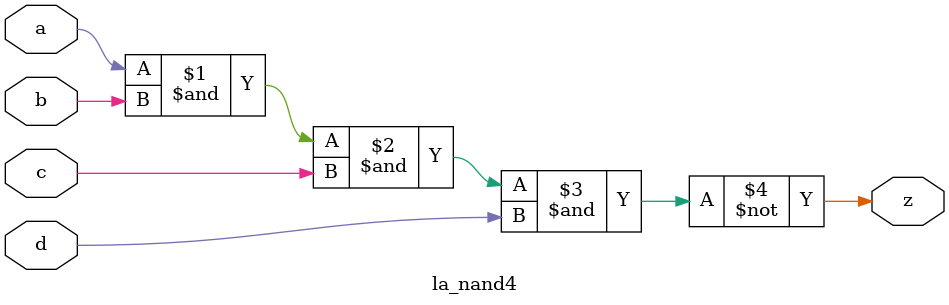
<source format=v>

module la_nand4 #(parameter PROP = "DEFAULT")   (
    input  a,
    input  b,
    input  c,
    input  d,
    output z
    );

   assign z = ~(a & b & c & d);

endmodule

</source>
